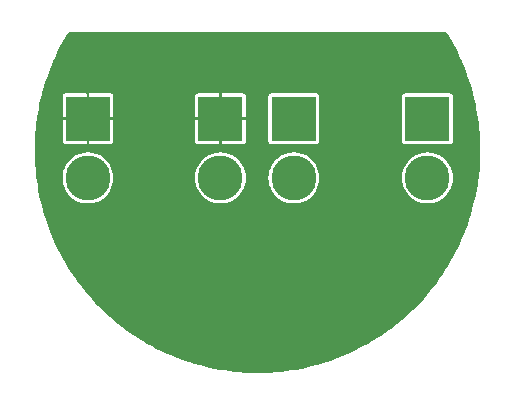
<source format=gbr>
%TF.GenerationSoftware,KiCad,Pcbnew,(7.0.0)*%
%TF.CreationDate,2024-02-03T20:30:22+01:00*%
%TF.ProjectId,Helios_IMU_F,48656c69-6f73-45f4-994d-555f462e6b69,rev?*%
%TF.SameCoordinates,PX9058260PY5c4edc0*%
%TF.FileFunction,Copper,L2,Bot*%
%TF.FilePolarity,Positive*%
%FSLAX46Y46*%
G04 Gerber Fmt 4.6, Leading zero omitted, Abs format (unit mm)*
G04 Created by KiCad (PCBNEW (7.0.0)) date 2024-02-03 20:30:22*
%MOMM*%
%LPD*%
G01*
G04 APERTURE LIST*
%TA.AperFunction,ComponentPad*%
%ADD10R,3.800000X3.800000*%
%TD*%
%TA.AperFunction,ComponentPad*%
%ADD11C,3.800000*%
%TD*%
G04 APERTURE END LIST*
D10*
%TO.P,J1,1,Pin_1*%
%TO.N,GND*%
X-3146999Y2644999D03*
D11*
%TO.P,J1,2,Pin_2*%
%TO.N,VCC*%
X-3147000Y-2355000D03*
%TD*%
D10*
%TO.P,J2,1,Pin_1*%
%TO.N,SCL*%
X3075999Y2644999D03*
D11*
%TO.P,J2,2,Pin_2*%
%TO.N,SDA*%
X3076000Y-2355000D03*
%TD*%
D10*
%TO.P,J4,1,Pin_1*%
%TO.N,SCL*%
X14378999Y2644999D03*
D11*
%TO.P,J4,2,Pin_2*%
%TO.N,SDA*%
X14379000Y-2355000D03*
%TD*%
D10*
%TO.P,J3,1,Pin_1*%
%TO.N,GND*%
X-14355999Y2644999D03*
D11*
%TO.P,J3,2,Pin_2*%
%TO.N,VCC*%
X-14356000Y-2355000D03*
%TD*%
%TA.AperFunction,Conductor*%
%TO.N,GND*%
G36*
X15990208Y9988358D02*
G01*
X16035520Y9943900D01*
X16439096Y9264568D01*
X16441880Y9259626D01*
X16453171Y9238472D01*
X16845967Y8502522D01*
X16848525Y8497454D01*
X17173970Y7814122D01*
X17174036Y7813983D01*
X17218712Y7719876D01*
X17220969Y7714835D01*
X17480388Y7099005D01*
X17480471Y7098806D01*
X17555682Y6919392D01*
X17557682Y6914310D01*
X17771255Y6334455D01*
X17771304Y6334178D01*
X17771351Y6334194D01*
X17855450Y6104279D01*
X17857194Y6099169D01*
X18034458Y5540243D01*
X18034560Y5539919D01*
X18117395Y5276229D01*
X18118885Y5271103D01*
X18264670Y4726003D01*
X18264773Y4725615D01*
X18340955Y4437026D01*
X18342193Y4431898D01*
X18459469Y3896253D01*
X18459567Y3895801D01*
X18525664Y3588425D01*
X18526653Y3583305D01*
X18617257Y3054707D01*
X18621331Y3030326D01*
X18671128Y2732225D01*
X18671871Y2727127D01*
X18736958Y2204799D01*
X18737029Y2204217D01*
X18777042Y1870247D01*
X18777544Y1865181D01*
X18818037Y1348298D01*
X18818086Y1347651D01*
X18843179Y1004306D01*
X18843444Y999284D01*
X18860031Y487427D01*
X18860052Y486718D01*
X18869400Y136279D01*
X18869433Y131311D01*
X18862646Y-375457D01*
X18862633Y-376228D01*
X18855653Y-732066D01*
X18855460Y-736968D01*
X18825761Y-1238198D01*
X18825709Y-1239029D01*
X18801963Y-1598867D01*
X18801549Y-1603694D01*
X18749369Y-2098969D01*
X18749273Y-2099859D01*
X18708450Y-2462224D01*
X18707823Y-2466965D01*
X18633490Y-2956305D01*
X18633342Y-2957250D01*
X18575316Y-3320343D01*
X18574483Y-3324990D01*
X18478406Y-3807518D01*
X18478203Y-3808515D01*
X18402833Y-4171457D01*
X18401800Y-4176000D01*
X18284359Y-4651114D01*
X18284095Y-4652162D01*
X18191378Y-5013707D01*
X18190154Y-5018138D01*
X18051745Y-5485166D01*
X18051415Y-5486259D01*
X17941387Y-5845352D01*
X17939980Y-5849664D01*
X17781051Y-6307817D01*
X17780651Y-6308952D01*
X17653391Y-6664624D01*
X17651808Y-6668808D01*
X17472768Y-7117472D01*
X17472293Y-7118645D01*
X17328017Y-7469744D01*
X17326267Y-7473795D01*
X17127549Y-7912313D01*
X17126995Y-7913518D01*
X16965952Y-8259016D01*
X16964045Y-8262927D01*
X16746120Y-8690603D01*
X16745483Y-8691836D01*
X16567962Y-9030784D01*
X16565907Y-9034549D01*
X16329299Y-9450633D01*
X16328575Y-9451889D01*
X16134863Y-9783456D01*
X16132668Y-9787069D01*
X15877941Y-10190814D01*
X15877127Y-10192088D01*
X15667616Y-10515362D01*
X15665292Y-10518819D01*
X15392933Y-10909648D01*
X15392025Y-10910933D01*
X15167189Y-11224996D01*
X15164745Y-11228293D01*
X14875417Y-11605420D01*
X14874414Y-11606711D01*
X14634660Y-11910831D01*
X14632106Y-11913964D01*
X14326339Y-12276837D01*
X14325236Y-12278127D01*
X14071124Y-12571454D01*
X14068470Y-12574420D01*
X13747006Y-12922279D01*
X13745803Y-12923563D01*
X13477815Y-13205425D01*
X13475071Y-13208221D01*
X13138557Y-13540472D01*
X13137252Y-13541742D01*
X12855953Y-13811437D01*
X12853127Y-13814063D01*
X12502225Y-14130142D01*
X12500818Y-14131390D01*
X12206906Y-14388163D01*
X12204009Y-14390616D01*
X11839449Y-14689941D01*
X11837937Y-14691163D01*
X11532008Y-14934420D01*
X11529052Y-14936700D01*
X11151640Y-15218677D01*
X11150023Y-15219864D01*
X10832658Y-15449073D01*
X10829650Y-15451179D01*
X10440152Y-15715296D01*
X10438431Y-15716442D01*
X10110429Y-15930965D01*
X10107380Y-15932896D01*
X9706630Y-16178647D01*
X9704805Y-16179745D01*
X9366770Y-16379133D01*
X9363688Y-16380892D01*
X8952455Y-16607851D01*
X8950528Y-16608892D01*
X8603297Y-16792602D01*
X8600192Y-16794189D01*
X8179363Y-17001910D01*
X8177335Y-17002889D01*
X7821656Y-17170488D01*
X7818538Y-17171905D01*
X7388877Y-17360044D01*
X7386748Y-17360952D01*
X7023400Y-17512037D01*
X7020277Y-17513286D01*
X6582817Y-17681422D01*
X6580592Y-17682253D01*
X6210343Y-17816474D01*
X6207224Y-17817558D01*
X5762751Y-17965421D01*
X5760430Y-17966168D01*
X5384116Y-18083190D01*
X5381011Y-18084111D01*
X4930472Y-18211409D01*
X4928060Y-18212065D01*
X4546575Y-18311594D01*
X4543489Y-18312357D01*
X4087664Y-18418883D01*
X4085165Y-18419440D01*
X3699387Y-18501232D01*
X3696330Y-18501840D01*
X3236248Y-18587364D01*
X3233665Y-18587816D01*
X2844363Y-18651697D01*
X2841342Y-18652154D01*
X2377976Y-18716510D01*
X2375313Y-18716851D01*
X1983344Y-18762665D01*
X1980368Y-18762976D01*
X1514658Y-18806045D01*
X1511921Y-18806268D01*
X1118143Y-18833906D01*
X1115216Y-18834076D01*
X648101Y-18855780D01*
X645295Y-18855879D01*
X250620Y-18865268D01*
X247751Y-18865303D01*
X-219852Y-18865605D01*
X-222722Y-18865574D01*
X-617399Y-18856692D01*
X-620205Y-18856597D01*
X-1087412Y-18835491D01*
X-1090338Y-18835324D01*
X-1484071Y-18808199D01*
X-1486809Y-18807980D01*
X-1952642Y-18765505D01*
X-1955619Y-18765197D01*
X-2347607Y-18719892D01*
X-2350270Y-18719555D01*
X-2813750Y-18655791D01*
X-2816771Y-18655337D01*
X-3206125Y-18591962D01*
X-3208709Y-18591514D01*
X-3668877Y-18506586D01*
X-3671934Y-18505982D01*
X-4057889Y-18424672D01*
X-4060390Y-18424118D01*
X-4516294Y-18318193D01*
X-4519380Y-18317434D01*
X-4900957Y-18218405D01*
X-4903370Y-18217753D01*
X-5354186Y-18091004D01*
X-5357293Y-18090086D01*
X-5733671Y-17973573D01*
X-5735992Y-17972829D01*
X-6180651Y-17825540D01*
X-6183771Y-17824461D01*
X-6554243Y-17690699D01*
X-6556470Y-17689870D01*
X-6994136Y-17522301D01*
X-6997261Y-17521056D01*
X-7360804Y-17370438D01*
X-7362933Y-17369533D01*
X-7792792Y-17181966D01*
X-7795912Y-17180553D01*
X-8151851Y-17013392D01*
X-8153881Y-17012416D01*
X-8574953Y-16805249D01*
X-8578059Y-16803666D01*
X-8925580Y-16620376D01*
X-8927510Y-16619336D01*
X-9338995Y-16392926D01*
X-9342078Y-16391172D01*
X-9680336Y-16192241D01*
X-9682093Y-16191188D01*
X-9898058Y-16059135D01*
X-10083228Y-15945911D01*
X-10086280Y-15943983D01*
X-10414651Y-15729822D01*
X-10416373Y-15728678D01*
X-10806157Y-15465097D01*
X-10809167Y-15462996D01*
X-11031772Y-15302662D01*
X-11126885Y-15234155D01*
X-11128362Y-15233072D01*
X-11506215Y-14951525D01*
X-11509133Y-14949281D01*
X-11815443Y-14706363D01*
X-11816956Y-14705144D01*
X-12181878Y-14406308D01*
X-12184737Y-14403893D01*
X-12479084Y-14147408D01*
X-12480418Y-14146227D01*
X-12831755Y-13830574D01*
X-12834583Y-13827952D01*
X-12849107Y-13814063D01*
X-13116133Y-13558710D01*
X-13117428Y-13557455D01*
X-13454482Y-13225527D01*
X-13457216Y-13222747D01*
X-13471063Y-13208221D01*
X-13553536Y-13121701D01*
X-13725512Y-12941285D01*
X-13726716Y-12940004D01*
X-14048671Y-12592515D01*
X-14051330Y-12589552D01*
X-14305841Y-12296526D01*
X-14306945Y-12295237D01*
X-14613159Y-11932782D01*
X-14615717Y-11929652D01*
X-14855837Y-11625873D01*
X-14856842Y-11624584D01*
X-15146677Y-11247802D01*
X-15149125Y-11244508D01*
X-15160765Y-11228293D01*
X-15374396Y-10930693D01*
X-15375280Y-10929445D01*
X-15389114Y-10909648D01*
X-15648165Y-10538933D01*
X-15650451Y-10535541D01*
X-15860404Y-10212496D01*
X-15861145Y-10211339D01*
X-16116468Y-9807801D01*
X-16118664Y-9804196D01*
X-16130817Y-9783456D01*
X-16312819Y-9472852D01*
X-16313449Y-9471762D01*
X-16550667Y-9055851D01*
X-16552714Y-9052112D01*
X-16730678Y-8713381D01*
X-16731277Y-8712226D01*
X-16949810Y-8284719D01*
X-16951688Y-8280881D01*
X-17113251Y-7935429D01*
X-17113726Y-7934398D01*
X-17313038Y-7496071D01*
X-17314784Y-7492042D01*
X-17459548Y-7141042D01*
X-17459956Y-7140038D01*
X-17639620Y-6691491D01*
X-17641185Y-6687369D01*
X-17768980Y-6331646D01*
X-17769246Y-6330894D01*
X-17928830Y-5872756D01*
X-17930228Y-5868496D01*
X-18040777Y-5509353D01*
X-18041101Y-5508280D01*
X-18047658Y-5486259D01*
X-18180083Y-5041526D01*
X-18181285Y-5037200D01*
X-18274575Y-4675356D01*
X-18274710Y-4674825D01*
X-18392814Y-4199656D01*
X-18393832Y-4195204D01*
X-18469768Y-3831884D01*
X-18469854Y-3831465D01*
X-18566590Y-3348867D01*
X-18567408Y-3344345D01*
X-18625971Y-2980891D01*
X-18626026Y-2980545D01*
X-18701045Y-2490945D01*
X-18701657Y-2486356D01*
X-18716626Y-2355000D01*
X-16511525Y-2355000D01*
X-16491448Y-2648511D01*
X-16490587Y-2652658D01*
X-16490585Y-2652667D01*
X-16452483Y-2836023D01*
X-16431592Y-2936554D01*
X-16430174Y-2940546D01*
X-16430171Y-2940554D01*
X-16424573Y-2956305D01*
X-16333072Y-3213764D01*
X-16197722Y-3474976D01*
X-16195276Y-3478441D01*
X-16030510Y-3711863D01*
X-16030506Y-3711868D01*
X-16028065Y-3715326D01*
X-15827260Y-3930335D01*
X-15599049Y-4115999D01*
X-15347682Y-4268859D01*
X-15077841Y-4386067D01*
X-14854225Y-4448721D01*
X-14798635Y-4464297D01*
X-14798633Y-4464297D01*
X-14794555Y-4465440D01*
X-14503098Y-4505500D01*
X-14213139Y-4505500D01*
X-14208902Y-4505500D01*
X-13917445Y-4465440D01*
X-13634159Y-4386067D01*
X-13364318Y-4268859D01*
X-13112951Y-4115999D01*
X-12884740Y-3930335D01*
X-12683935Y-3715326D01*
X-12514278Y-3474976D01*
X-12378928Y-3213764D01*
X-12280408Y-2936554D01*
X-12220552Y-2648511D01*
X-12200475Y-2355000D01*
X-5302525Y-2355000D01*
X-5282448Y-2648511D01*
X-5281587Y-2652658D01*
X-5281585Y-2652667D01*
X-5243483Y-2836023D01*
X-5222592Y-2936554D01*
X-5221174Y-2940546D01*
X-5221171Y-2940554D01*
X-5215573Y-2956305D01*
X-5124072Y-3213764D01*
X-4988722Y-3474976D01*
X-4986276Y-3478441D01*
X-4821510Y-3711863D01*
X-4821506Y-3711868D01*
X-4819065Y-3715326D01*
X-4618260Y-3930335D01*
X-4390049Y-4115999D01*
X-4138682Y-4268859D01*
X-3868841Y-4386067D01*
X-3645225Y-4448721D01*
X-3589635Y-4464297D01*
X-3589633Y-4464297D01*
X-3585555Y-4465440D01*
X-3294098Y-4505500D01*
X-3004139Y-4505500D01*
X-2999902Y-4505500D01*
X-2708445Y-4465440D01*
X-2425159Y-4386067D01*
X-2155318Y-4268859D01*
X-1903951Y-4115999D01*
X-1675740Y-3930335D01*
X-1474935Y-3715326D01*
X-1305278Y-3474976D01*
X-1169928Y-3213764D01*
X-1071408Y-2936554D01*
X-1011552Y-2648511D01*
X-991475Y-2355000D01*
X920475Y-2355000D01*
X940552Y-2648511D01*
X941413Y-2652658D01*
X941415Y-2652667D01*
X979517Y-2836023D01*
X1000408Y-2936554D01*
X1001826Y-2940546D01*
X1001829Y-2940554D01*
X1007427Y-2956305D01*
X1098928Y-3213764D01*
X1234278Y-3474976D01*
X1236724Y-3478441D01*
X1401490Y-3711863D01*
X1401494Y-3711868D01*
X1403935Y-3715326D01*
X1604740Y-3930335D01*
X1832951Y-4115999D01*
X2084318Y-4268859D01*
X2354159Y-4386067D01*
X2577775Y-4448721D01*
X2633365Y-4464297D01*
X2633367Y-4464297D01*
X2637445Y-4465440D01*
X2928902Y-4505500D01*
X3218861Y-4505500D01*
X3223098Y-4505500D01*
X3514555Y-4465440D01*
X3797841Y-4386067D01*
X4067682Y-4268859D01*
X4319049Y-4115999D01*
X4547260Y-3930335D01*
X4748065Y-3715326D01*
X4917722Y-3474976D01*
X5053072Y-3213764D01*
X5151592Y-2936554D01*
X5211448Y-2648511D01*
X5231525Y-2355000D01*
X12223475Y-2355000D01*
X12243552Y-2648511D01*
X12244413Y-2652658D01*
X12244415Y-2652667D01*
X12282517Y-2836023D01*
X12303408Y-2936554D01*
X12304826Y-2940546D01*
X12304829Y-2940554D01*
X12310427Y-2956305D01*
X12401928Y-3213764D01*
X12537278Y-3474976D01*
X12539724Y-3478441D01*
X12704490Y-3711863D01*
X12704494Y-3711868D01*
X12706935Y-3715326D01*
X12907740Y-3930335D01*
X13135951Y-4115999D01*
X13387318Y-4268859D01*
X13657159Y-4386067D01*
X13880775Y-4448721D01*
X13936365Y-4464297D01*
X13936367Y-4464297D01*
X13940445Y-4465440D01*
X14231902Y-4505500D01*
X14521861Y-4505500D01*
X14526098Y-4505500D01*
X14817555Y-4465440D01*
X15100841Y-4386067D01*
X15370682Y-4268859D01*
X15622049Y-4115999D01*
X15850260Y-3930335D01*
X16051065Y-3715326D01*
X16220722Y-3474976D01*
X16356072Y-3213764D01*
X16454592Y-2936554D01*
X16514448Y-2648511D01*
X16534525Y-2355000D01*
X16514448Y-2061489D01*
X16454592Y-1773446D01*
X16356072Y-1496236D01*
X16220722Y-1235024D01*
X16051065Y-994674D01*
X15850260Y-779665D01*
X15622049Y-594001D01*
X15370682Y-441141D01*
X15366802Y-439455D01*
X15366795Y-439452D01*
X15104722Y-325618D01*
X15104712Y-325614D01*
X15100841Y-323933D01*
X15096769Y-322792D01*
X14821634Y-245702D01*
X14821621Y-245699D01*
X14817555Y-244560D01*
X14813368Y-243984D01*
X14813356Y-243982D01*
X14530295Y-205076D01*
X14530282Y-205075D01*
X14526098Y-204500D01*
X14231902Y-204500D01*
X14227718Y-205075D01*
X14227704Y-205076D01*
X13944643Y-243982D01*
X13944628Y-243984D01*
X13940445Y-244560D01*
X13936381Y-245698D01*
X13936365Y-245702D01*
X13661230Y-322792D01*
X13661225Y-322793D01*
X13657159Y-323933D01*
X13653291Y-325612D01*
X13653277Y-325618D01*
X13391204Y-439452D01*
X13391191Y-439458D01*
X13387318Y-441141D01*
X13383707Y-443336D01*
X13383699Y-443341D01*
X13139563Y-591804D01*
X13139557Y-591807D01*
X13135951Y-594001D01*
X13132676Y-596664D01*
X13132668Y-596671D01*
X12911025Y-776992D01*
X12911021Y-776995D01*
X12907740Y-779665D01*
X12904861Y-782747D01*
X12904852Y-782756D01*
X12709823Y-991581D01*
X12709818Y-991586D01*
X12706935Y-994674D01*
X12704499Y-998124D01*
X12704490Y-998136D01*
X12539724Y-1231558D01*
X12539720Y-1231563D01*
X12537278Y-1235024D01*
X12535332Y-1238778D01*
X12535328Y-1238786D01*
X12403877Y-1492473D01*
X12403872Y-1492483D01*
X12401928Y-1496236D01*
X12400511Y-1500221D01*
X12400507Y-1500232D01*
X12304829Y-1769445D01*
X12304825Y-1769457D01*
X12303408Y-1773446D01*
X12302545Y-1777596D01*
X12302544Y-1777602D01*
X12244415Y-2057332D01*
X12244413Y-2057343D01*
X12243552Y-2061489D01*
X12243263Y-2065713D01*
X12243262Y-2065721D01*
X12223764Y-2350775D01*
X12223475Y-2355000D01*
X5231525Y-2355000D01*
X5211448Y-2061489D01*
X5151592Y-1773446D01*
X5053072Y-1496236D01*
X4917722Y-1235024D01*
X4748065Y-994674D01*
X4547260Y-779665D01*
X4319049Y-594001D01*
X4067682Y-441141D01*
X4063802Y-439455D01*
X4063795Y-439452D01*
X3801722Y-325618D01*
X3801712Y-325614D01*
X3797841Y-323933D01*
X3793769Y-322792D01*
X3518634Y-245702D01*
X3518621Y-245699D01*
X3514555Y-244560D01*
X3510368Y-243984D01*
X3510356Y-243982D01*
X3227295Y-205076D01*
X3227282Y-205075D01*
X3223098Y-204500D01*
X2928902Y-204500D01*
X2924718Y-205075D01*
X2924704Y-205076D01*
X2641643Y-243982D01*
X2641628Y-243984D01*
X2637445Y-244560D01*
X2633381Y-245698D01*
X2633365Y-245702D01*
X2358230Y-322792D01*
X2358225Y-322793D01*
X2354159Y-323933D01*
X2350291Y-325612D01*
X2350277Y-325618D01*
X2088204Y-439452D01*
X2088191Y-439458D01*
X2084318Y-441141D01*
X2080707Y-443336D01*
X2080699Y-443341D01*
X1836563Y-591804D01*
X1836557Y-591807D01*
X1832951Y-594001D01*
X1829676Y-596664D01*
X1829668Y-596671D01*
X1608025Y-776992D01*
X1608021Y-776995D01*
X1604740Y-779665D01*
X1601861Y-782747D01*
X1601852Y-782756D01*
X1406823Y-991581D01*
X1406818Y-991586D01*
X1403935Y-994674D01*
X1401499Y-998124D01*
X1401490Y-998136D01*
X1236724Y-1231558D01*
X1236720Y-1231563D01*
X1234278Y-1235024D01*
X1232332Y-1238778D01*
X1232328Y-1238786D01*
X1100877Y-1492473D01*
X1100872Y-1492483D01*
X1098928Y-1496236D01*
X1097511Y-1500221D01*
X1097507Y-1500232D01*
X1001829Y-1769445D01*
X1001825Y-1769457D01*
X1000408Y-1773446D01*
X999545Y-1777596D01*
X999544Y-1777602D01*
X941415Y-2057332D01*
X941413Y-2057343D01*
X940552Y-2061489D01*
X940263Y-2065713D01*
X940262Y-2065721D01*
X920764Y-2350775D01*
X920475Y-2355000D01*
X-991475Y-2355000D01*
X-1011552Y-2061489D01*
X-1071408Y-1773446D01*
X-1169928Y-1496236D01*
X-1305278Y-1235024D01*
X-1474935Y-994674D01*
X-1675740Y-779665D01*
X-1903951Y-594001D01*
X-2155318Y-441141D01*
X-2159198Y-439455D01*
X-2159205Y-439452D01*
X-2421278Y-325618D01*
X-2421288Y-325614D01*
X-2425159Y-323933D01*
X-2429231Y-322792D01*
X-2704366Y-245702D01*
X-2704379Y-245699D01*
X-2708445Y-244560D01*
X-2712632Y-243984D01*
X-2712644Y-243982D01*
X-2995705Y-205076D01*
X-2995718Y-205075D01*
X-2999902Y-204500D01*
X-3294098Y-204500D01*
X-3298282Y-205075D01*
X-3298296Y-205076D01*
X-3581357Y-243982D01*
X-3581372Y-243984D01*
X-3585555Y-244560D01*
X-3589619Y-245698D01*
X-3589635Y-245702D01*
X-3864770Y-322792D01*
X-3864775Y-322793D01*
X-3868841Y-323933D01*
X-3872709Y-325612D01*
X-3872723Y-325618D01*
X-4134796Y-439452D01*
X-4134809Y-439458D01*
X-4138682Y-441141D01*
X-4142293Y-443336D01*
X-4142301Y-443341D01*
X-4386437Y-591804D01*
X-4386443Y-591807D01*
X-4390049Y-594001D01*
X-4393324Y-596664D01*
X-4393332Y-596671D01*
X-4614975Y-776992D01*
X-4614979Y-776995D01*
X-4618260Y-779665D01*
X-4621139Y-782747D01*
X-4621148Y-782756D01*
X-4816177Y-991581D01*
X-4816182Y-991586D01*
X-4819065Y-994674D01*
X-4821501Y-998124D01*
X-4821510Y-998136D01*
X-4986276Y-1231558D01*
X-4986280Y-1231563D01*
X-4988722Y-1235024D01*
X-4990668Y-1238778D01*
X-4990672Y-1238786D01*
X-5122123Y-1492473D01*
X-5122128Y-1492483D01*
X-5124072Y-1496236D01*
X-5125489Y-1500221D01*
X-5125493Y-1500232D01*
X-5221171Y-1769445D01*
X-5221175Y-1769457D01*
X-5222592Y-1773446D01*
X-5223455Y-1777596D01*
X-5223456Y-1777602D01*
X-5281585Y-2057332D01*
X-5281587Y-2057343D01*
X-5282448Y-2061489D01*
X-5282737Y-2065713D01*
X-5282738Y-2065721D01*
X-5302236Y-2350775D01*
X-5302525Y-2355000D01*
X-12200475Y-2355000D01*
X-12220552Y-2061489D01*
X-12280408Y-1773446D01*
X-12378928Y-1496236D01*
X-12514278Y-1235024D01*
X-12683935Y-994674D01*
X-12884740Y-779665D01*
X-13112951Y-594001D01*
X-13364318Y-441141D01*
X-13368198Y-439455D01*
X-13368205Y-439452D01*
X-13630278Y-325618D01*
X-13630288Y-325614D01*
X-13634159Y-323933D01*
X-13638231Y-322792D01*
X-13913366Y-245702D01*
X-13913379Y-245699D01*
X-13917445Y-244560D01*
X-13921632Y-243984D01*
X-13921644Y-243982D01*
X-14204705Y-205076D01*
X-14204718Y-205075D01*
X-14208902Y-204500D01*
X-14503098Y-204500D01*
X-14507282Y-205075D01*
X-14507296Y-205076D01*
X-14790357Y-243982D01*
X-14790372Y-243984D01*
X-14794555Y-244560D01*
X-14798619Y-245698D01*
X-14798635Y-245702D01*
X-15073770Y-322792D01*
X-15073775Y-322793D01*
X-15077841Y-323933D01*
X-15081709Y-325612D01*
X-15081723Y-325618D01*
X-15343796Y-439452D01*
X-15343809Y-439458D01*
X-15347682Y-441141D01*
X-15351293Y-443336D01*
X-15351301Y-443341D01*
X-15595437Y-591804D01*
X-15595443Y-591807D01*
X-15599049Y-594001D01*
X-15602324Y-596664D01*
X-15602332Y-596671D01*
X-15823975Y-776992D01*
X-15823979Y-776995D01*
X-15827260Y-779665D01*
X-15830139Y-782747D01*
X-15830148Y-782756D01*
X-16025177Y-991581D01*
X-16025182Y-991586D01*
X-16028065Y-994674D01*
X-16030501Y-998124D01*
X-16030510Y-998136D01*
X-16195276Y-1231558D01*
X-16195280Y-1231563D01*
X-16197722Y-1235024D01*
X-16199668Y-1238778D01*
X-16199672Y-1238786D01*
X-16331123Y-1492473D01*
X-16331128Y-1492483D01*
X-16333072Y-1496236D01*
X-16334489Y-1500221D01*
X-16334493Y-1500232D01*
X-16430171Y-1769445D01*
X-16430175Y-1769457D01*
X-16431592Y-1773446D01*
X-16432455Y-1777596D01*
X-16432456Y-1777602D01*
X-16490585Y-2057332D01*
X-16490587Y-2057343D01*
X-16491448Y-2061489D01*
X-16491737Y-2065713D01*
X-16491738Y-2065721D01*
X-16511236Y-2350775D01*
X-16511525Y-2355000D01*
X-18716626Y-2355000D01*
X-18742964Y-2123887D01*
X-18742981Y-2123739D01*
X-18795876Y-1627800D01*
X-18796286Y-1623071D01*
X-18820512Y-1263037D01*
X-18820520Y-1262910D01*
X-18850895Y-761190D01*
X-18851090Y-756416D01*
X-18858539Y-400129D01*
X-18865985Y107071D01*
X-18865959Y111916D01*
X-18857049Y462847D01*
X-18848846Y726472D01*
X-16506000Y726472D01*
X-16504811Y714396D01*
X-16493878Y659434D01*
X-16484711Y637301D01*
X-16443025Y574914D01*
X-16426087Y557976D01*
X-16363700Y516290D01*
X-16341567Y507123D01*
X-16286605Y496190D01*
X-16274528Y495000D01*
X-14497326Y495000D01*
X-14484451Y498451D01*
X-14481000Y511326D01*
X-14231000Y511326D01*
X-14227550Y498451D01*
X-14214674Y495000D01*
X-12437472Y495000D01*
X-12425396Y496190D01*
X-12370434Y507123D01*
X-12348301Y516290D01*
X-12285914Y557976D01*
X-12268976Y574914D01*
X-12227290Y637301D01*
X-12218123Y659434D01*
X-12207190Y714396D01*
X-12206000Y726472D01*
X-5297000Y726472D01*
X-5295811Y714396D01*
X-5284878Y659434D01*
X-5275711Y637301D01*
X-5234025Y574914D01*
X-5217087Y557976D01*
X-5154700Y516290D01*
X-5132567Y507123D01*
X-5077605Y496190D01*
X-5065528Y495000D01*
X-3288326Y495000D01*
X-3275451Y498451D01*
X-3272000Y511326D01*
X-3022000Y511326D01*
X-3018550Y498451D01*
X-3005674Y495000D01*
X-1228472Y495000D01*
X-1216396Y496190D01*
X-1161434Y507123D01*
X-1139301Y516290D01*
X-1076914Y557976D01*
X-1059976Y574914D01*
X-1018290Y637301D01*
X-1009123Y659434D01*
X-998190Y714396D01*
X-997606Y720326D01*
X925500Y720326D01*
X926688Y714351D01*
X926689Y714347D01*
X937650Y659241D01*
X937651Y659238D01*
X940034Y647260D01*
X995399Y564399D01*
X1078260Y509034D01*
X1151326Y494500D01*
X4994579Y494500D01*
X5000674Y494500D01*
X5073740Y509034D01*
X5156601Y564399D01*
X5211966Y647260D01*
X5226500Y720326D01*
X12228500Y720326D01*
X12229688Y714351D01*
X12229689Y714347D01*
X12240650Y659241D01*
X12240651Y659238D01*
X12243034Y647260D01*
X12298399Y564399D01*
X12381260Y509034D01*
X12454326Y494500D01*
X16297579Y494500D01*
X16303674Y494500D01*
X16376740Y509034D01*
X16459601Y564399D01*
X16514966Y647260D01*
X16529500Y720326D01*
X16529500Y4569674D01*
X16514966Y4642740D01*
X16459601Y4725601D01*
X16376740Y4780966D01*
X16364762Y4783349D01*
X16364759Y4783350D01*
X16309653Y4794311D01*
X16309649Y4794312D01*
X16303674Y4795500D01*
X12454326Y4795500D01*
X12448351Y4794312D01*
X12448346Y4794311D01*
X12393240Y4783350D01*
X12393235Y4783349D01*
X12381260Y4780966D01*
X12371105Y4774181D01*
X12371103Y4774180D01*
X12308551Y4732385D01*
X12308548Y4732383D01*
X12298399Y4725601D01*
X12291617Y4715452D01*
X12291615Y4715449D01*
X12249820Y4652897D01*
X12249819Y4652895D01*
X12243034Y4642740D01*
X12240651Y4630765D01*
X12240650Y4630760D01*
X12229689Y4575654D01*
X12229688Y4575649D01*
X12228500Y4569674D01*
X12228500Y720326D01*
X5226500Y720326D01*
X5226500Y4569674D01*
X5211966Y4642740D01*
X5156601Y4725601D01*
X5073740Y4780966D01*
X5061762Y4783349D01*
X5061759Y4783350D01*
X5006653Y4794311D01*
X5006649Y4794312D01*
X5000674Y4795500D01*
X1151326Y4795500D01*
X1145351Y4794312D01*
X1145346Y4794311D01*
X1090240Y4783350D01*
X1090235Y4783349D01*
X1078260Y4780966D01*
X1068105Y4774181D01*
X1068103Y4774180D01*
X1005551Y4732385D01*
X1005548Y4732383D01*
X995399Y4725601D01*
X988617Y4715452D01*
X988615Y4715449D01*
X946820Y4652897D01*
X946819Y4652895D01*
X940034Y4642740D01*
X937651Y4630765D01*
X937650Y4630760D01*
X926689Y4575654D01*
X926688Y4575649D01*
X925500Y4569674D01*
X925500Y720326D01*
X-997606Y720326D01*
X-997000Y726472D01*
X-997000Y2503674D01*
X-1000451Y2516550D01*
X-1013326Y2520000D01*
X-3005674Y2520000D01*
X-3018550Y2516550D01*
X-3022000Y2503674D01*
X-3022000Y511326D01*
X-3272000Y511326D01*
X-3272000Y2503674D01*
X-3275451Y2516550D01*
X-3288326Y2520000D01*
X-5280674Y2520000D01*
X-5293550Y2516550D01*
X-5297000Y2503674D01*
X-5297000Y726472D01*
X-12206000Y726472D01*
X-12206000Y2503674D01*
X-12209451Y2516550D01*
X-12222326Y2520000D01*
X-14214674Y2520000D01*
X-14227550Y2516550D01*
X-14231000Y2503674D01*
X-14231000Y511326D01*
X-14481000Y511326D01*
X-14481000Y2503674D01*
X-14484451Y2516550D01*
X-14497326Y2520000D01*
X-16489674Y2520000D01*
X-16502550Y2516550D01*
X-16506000Y2503674D01*
X-16506000Y726472D01*
X-18848846Y726472D01*
X-18841109Y975105D01*
X-18840858Y979981D01*
X-18816192Y1323571D01*
X-18776319Y1841101D01*
X-18775837Y1846022D01*
X-18736232Y2180235D01*
X-18671755Y2703165D01*
X-18671040Y2708112D01*
X-18658078Y2786326D01*
X-16506000Y2786326D01*
X-16502550Y2773451D01*
X-16489674Y2770000D01*
X-14497326Y2770000D01*
X-14484451Y2773451D01*
X-14481000Y2786326D01*
X-14231000Y2786326D01*
X-14227550Y2773451D01*
X-14214674Y2770000D01*
X-12222326Y2770000D01*
X-12209451Y2773451D01*
X-12206000Y2786326D01*
X-5297000Y2786326D01*
X-5293550Y2773451D01*
X-5280674Y2770000D01*
X-3288326Y2770000D01*
X-3275451Y2773451D01*
X-3272000Y2786326D01*
X-3022000Y2786326D01*
X-3018550Y2773451D01*
X-3005674Y2770000D01*
X-1013326Y2770000D01*
X-1000451Y2773451D01*
X-997000Y2786326D01*
X-997000Y4563528D01*
X-998190Y4575605D01*
X-1009123Y4630567D01*
X-1018290Y4652700D01*
X-1059976Y4715087D01*
X-1076914Y4732025D01*
X-1139301Y4773711D01*
X-1161434Y4782878D01*
X-1216396Y4793811D01*
X-1228472Y4795000D01*
X-3005674Y4795000D01*
X-3018550Y4791550D01*
X-3022000Y4778674D01*
X-3022000Y2786326D01*
X-3272000Y2786326D01*
X-3272000Y4778674D01*
X-3275451Y4791550D01*
X-3288326Y4795000D01*
X-5065528Y4795000D01*
X-5077605Y4793811D01*
X-5132567Y4782878D01*
X-5154700Y4773711D01*
X-5217087Y4732025D01*
X-5234025Y4715087D01*
X-5275711Y4652700D01*
X-5284878Y4630567D01*
X-5295811Y4575605D01*
X-5297000Y4563528D01*
X-5297000Y2786326D01*
X-12206000Y2786326D01*
X-12206000Y4563528D01*
X-12207190Y4575605D01*
X-12218123Y4630567D01*
X-12227290Y4652700D01*
X-12268976Y4715087D01*
X-12285914Y4732025D01*
X-12348301Y4773711D01*
X-12370434Y4782878D01*
X-12425396Y4793811D01*
X-12437472Y4795000D01*
X-14214674Y4795000D01*
X-14227550Y4791550D01*
X-14231000Y4778674D01*
X-14231000Y2786326D01*
X-14481000Y2786326D01*
X-14481000Y4778674D01*
X-14484451Y4791550D01*
X-14497326Y4795000D01*
X-16274528Y4795000D01*
X-16286605Y4793811D01*
X-16341567Y4782878D01*
X-16363700Y4773711D01*
X-16426087Y4732025D01*
X-16443025Y4715087D01*
X-16484711Y4652700D01*
X-16493878Y4630567D01*
X-16504811Y4575605D01*
X-16506000Y4563528D01*
X-16506000Y2786326D01*
X-18658078Y2786326D01*
X-18617563Y3030787D01*
X-18527633Y3559537D01*
X-18526683Y3564491D01*
X-18460953Y3872091D01*
X-18344265Y4408354D01*
X-18343056Y4413391D01*
X-18267211Y4702204D01*
X-18122029Y5247867D01*
X-18120595Y5252825D01*
X-18038000Y5516935D01*
X-18037911Y5516908D01*
X-18037901Y5517250D01*
X-17861414Y6076222D01*
X-17859710Y6081236D01*
X-17775828Y6311473D01*
X-17775818Y6311500D01*
X-17775744Y6311473D01*
X-17775726Y6311755D01*
X-17562946Y6891755D01*
X-17560998Y6896726D01*
X-17486065Y7076128D01*
X-17227262Y7692714D01*
X-17225080Y7697604D01*
X-17180325Y7792195D01*
X-17180003Y7792873D01*
X-17179976Y7792860D01*
X-17179943Y7792999D01*
X-16855843Y8475768D01*
X-16853315Y8480795D01*
X-16450157Y9238504D01*
X-16447412Y9243389D01*
X-16044705Y9923254D01*
X-15999452Y9967769D01*
X-15938101Y9984057D01*
X15928834Y10004567D01*
X15990208Y9988358D01*
G37*
%TD.AperFunction*%
%TD*%
M02*

</source>
